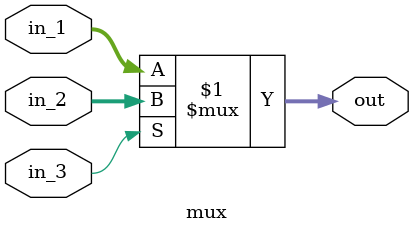
<source format=v>
module mux(in_1, in_2, in_3, out);

input [3:0] in_1;
input [3:0] in_2;
input in_3;

output[3:0] out;

assign out = in_3 ? in_2 : in_1;


endmodule
</source>
